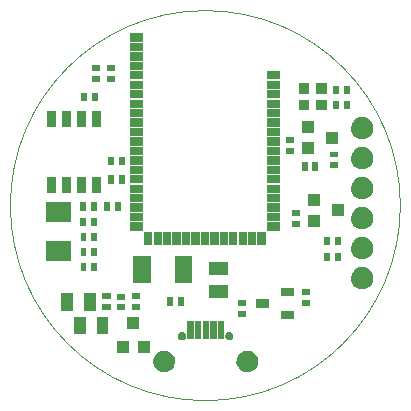
<source format=gts>
G04 (created by PCBNEW (2013-07-07 BZR 4022)-stable) date 6/15/2015 10:21:50 PM*
%MOIN*%
G04 Gerber Fmt 3.4, Leading zero omitted, Abs format*
%FSLAX34Y34*%
G01*
G70*
G90*
G04 APERTURE LIST*
%ADD10C,0.00590551*%
%ADD11C,0.00393701*%
G04 APERTURE END LIST*
G54D10*
G54D11*
X84500Y-52000D02*
G75*
G03X84500Y-52000I-6500J0D01*
G74*
G01*
G54D10*
G36*
X73007Y-49374D02*
X72716Y-49374D01*
X72716Y-48833D01*
X73007Y-48833D01*
X73007Y-49374D01*
X73007Y-49374D01*
G37*
G36*
X73007Y-51574D02*
X72716Y-51574D01*
X72716Y-51033D01*
X73007Y-51033D01*
X73007Y-51574D01*
X73007Y-51574D01*
G37*
G36*
X73507Y-49374D02*
X73216Y-49374D01*
X73216Y-48833D01*
X73507Y-48833D01*
X73507Y-49374D01*
X73507Y-49374D01*
G37*
G36*
X73507Y-51574D02*
X73216Y-51574D01*
X73216Y-51033D01*
X73507Y-51033D01*
X73507Y-51574D01*
X73507Y-51574D01*
G37*
G36*
X73535Y-52534D02*
X72694Y-52534D01*
X72694Y-51893D01*
X73535Y-51893D01*
X73535Y-52534D01*
X73535Y-52534D01*
G37*
G36*
X73535Y-53834D02*
X72694Y-53834D01*
X72694Y-53193D01*
X73535Y-53193D01*
X73535Y-53834D01*
X73535Y-53834D01*
G37*
G36*
X73590Y-55510D02*
X73199Y-55510D01*
X73199Y-54919D01*
X73590Y-54919D01*
X73590Y-55510D01*
X73590Y-55510D01*
G37*
G36*
X74007Y-49374D02*
X73716Y-49374D01*
X73716Y-48833D01*
X74007Y-48833D01*
X74007Y-49374D01*
X74007Y-49374D01*
G37*
G36*
X74007Y-51574D02*
X73716Y-51574D01*
X73716Y-51033D01*
X74007Y-51033D01*
X74007Y-51574D01*
X74007Y-51574D01*
G37*
G36*
X74020Y-56295D02*
X73629Y-56295D01*
X73629Y-55704D01*
X74020Y-55704D01*
X74020Y-56295D01*
X74020Y-56295D01*
G37*
G36*
X74031Y-52168D02*
X73834Y-52168D01*
X73834Y-51891D01*
X74031Y-51891D01*
X74031Y-52168D01*
X74031Y-52168D01*
G37*
G36*
X74031Y-52678D02*
X73834Y-52678D01*
X73834Y-52401D01*
X74031Y-52401D01*
X74031Y-52678D01*
X74031Y-52678D01*
G37*
G36*
X74035Y-53189D02*
X73838Y-53189D01*
X73838Y-52912D01*
X74035Y-52912D01*
X74035Y-53189D01*
X74035Y-53189D01*
G37*
G36*
X74035Y-53681D02*
X73838Y-53681D01*
X73838Y-53405D01*
X74035Y-53405D01*
X74035Y-53681D01*
X74035Y-53681D01*
G37*
G36*
X74035Y-54173D02*
X73838Y-54173D01*
X73838Y-53897D01*
X74035Y-53897D01*
X74035Y-54173D01*
X74035Y-54173D01*
G37*
G36*
X74051Y-48528D02*
X73854Y-48528D01*
X73854Y-48251D01*
X74051Y-48251D01*
X74051Y-48528D01*
X74051Y-48528D01*
G37*
G36*
X74340Y-55510D02*
X73949Y-55510D01*
X73949Y-54919D01*
X74340Y-54919D01*
X74340Y-55510D01*
X74340Y-55510D01*
G37*
G36*
X74385Y-52168D02*
X74188Y-52168D01*
X74188Y-51891D01*
X74385Y-51891D01*
X74385Y-52168D01*
X74385Y-52168D01*
G37*
G36*
X74385Y-52678D02*
X74188Y-52678D01*
X74188Y-52401D01*
X74385Y-52401D01*
X74385Y-52678D01*
X74385Y-52678D01*
G37*
G36*
X74389Y-53189D02*
X74192Y-53189D01*
X74192Y-52912D01*
X74389Y-52912D01*
X74389Y-53189D01*
X74389Y-53189D01*
G37*
G36*
X74389Y-53681D02*
X74192Y-53681D01*
X74192Y-53405D01*
X74389Y-53405D01*
X74389Y-53681D01*
X74389Y-53681D01*
G37*
G36*
X74389Y-54173D02*
X74192Y-54173D01*
X74192Y-53897D01*
X74389Y-53897D01*
X74389Y-54173D01*
X74389Y-54173D01*
G37*
G36*
X74405Y-48528D02*
X74208Y-48528D01*
X74208Y-48251D01*
X74405Y-48251D01*
X74405Y-48528D01*
X74405Y-48528D01*
G37*
G36*
X74488Y-47511D02*
X74211Y-47511D01*
X74211Y-47314D01*
X74488Y-47314D01*
X74488Y-47511D01*
X74488Y-47511D01*
G37*
G36*
X74488Y-47865D02*
X74211Y-47865D01*
X74211Y-47668D01*
X74488Y-47668D01*
X74488Y-47865D01*
X74488Y-47865D01*
G37*
G36*
X74507Y-49374D02*
X74216Y-49374D01*
X74216Y-48833D01*
X74507Y-48833D01*
X74507Y-49374D01*
X74507Y-49374D01*
G37*
G36*
X74507Y-51574D02*
X74216Y-51574D01*
X74216Y-51033D01*
X74507Y-51033D01*
X74507Y-51574D01*
X74507Y-51574D01*
G37*
G36*
X74770Y-56295D02*
X74379Y-56295D01*
X74379Y-55704D01*
X74770Y-55704D01*
X74770Y-56295D01*
X74770Y-56295D01*
G37*
G36*
X74822Y-52170D02*
X74625Y-52170D01*
X74625Y-51893D01*
X74822Y-51893D01*
X74822Y-52170D01*
X74822Y-52170D01*
G37*
G36*
X74838Y-55121D02*
X74561Y-55121D01*
X74561Y-54924D01*
X74838Y-54924D01*
X74838Y-55121D01*
X74838Y-55121D01*
G37*
G36*
X74838Y-55475D02*
X74561Y-55475D01*
X74561Y-55278D01*
X74838Y-55278D01*
X74838Y-55475D01*
X74838Y-55475D01*
G37*
G36*
X74954Y-50643D02*
X74757Y-50643D01*
X74757Y-50366D01*
X74954Y-50366D01*
X74954Y-50643D01*
X74954Y-50643D01*
G37*
G36*
X74954Y-51266D02*
X74757Y-51266D01*
X74757Y-50989D01*
X74954Y-50989D01*
X74954Y-51266D01*
X74954Y-51266D01*
G37*
G36*
X74988Y-47511D02*
X74711Y-47511D01*
X74711Y-47314D01*
X74988Y-47314D01*
X74988Y-47511D01*
X74988Y-47511D01*
G37*
G36*
X74988Y-47865D02*
X74711Y-47865D01*
X74711Y-47668D01*
X74988Y-47668D01*
X74988Y-47865D01*
X74988Y-47865D01*
G37*
G36*
X75176Y-52170D02*
X74979Y-52170D01*
X74979Y-51893D01*
X75176Y-51893D01*
X75176Y-52170D01*
X75176Y-52170D01*
G37*
G36*
X75308Y-50643D02*
X75111Y-50643D01*
X75111Y-50366D01*
X75308Y-50366D01*
X75308Y-50643D01*
X75308Y-50643D01*
G37*
G36*
X75308Y-51266D02*
X75111Y-51266D01*
X75111Y-50989D01*
X75308Y-50989D01*
X75308Y-51266D01*
X75308Y-51266D01*
G37*
G36*
X75332Y-55130D02*
X75055Y-55130D01*
X75055Y-54933D01*
X75332Y-54933D01*
X75332Y-55130D01*
X75332Y-55130D01*
G37*
G36*
X75332Y-55484D02*
X75055Y-55484D01*
X75055Y-55287D01*
X75332Y-55287D01*
X75332Y-55484D01*
X75332Y-55484D01*
G37*
G36*
X75450Y-56900D02*
X75049Y-56900D01*
X75049Y-56499D01*
X75450Y-56499D01*
X75450Y-56900D01*
X75450Y-56900D01*
G37*
G36*
X75800Y-56100D02*
X75399Y-56100D01*
X75399Y-55699D01*
X75800Y-55699D01*
X75800Y-56100D01*
X75800Y-56100D01*
G37*
G36*
X75836Y-55123D02*
X75559Y-55123D01*
X75559Y-54926D01*
X75836Y-54926D01*
X75836Y-55123D01*
X75836Y-55123D01*
G37*
G36*
X75836Y-55477D02*
X75559Y-55477D01*
X75559Y-55280D01*
X75836Y-55280D01*
X75836Y-55477D01*
X75836Y-55477D01*
G37*
G36*
X75918Y-46535D02*
X75485Y-46535D01*
X75485Y-46260D01*
X75918Y-46260D01*
X75918Y-46535D01*
X75918Y-46535D01*
G37*
G36*
X75918Y-46850D02*
X75485Y-46850D01*
X75485Y-46574D01*
X75918Y-46574D01*
X75918Y-46850D01*
X75918Y-46850D01*
G37*
G36*
X75918Y-47165D02*
X75485Y-47165D01*
X75485Y-46889D01*
X75918Y-46889D01*
X75918Y-47165D01*
X75918Y-47165D01*
G37*
G36*
X75918Y-47480D02*
X75485Y-47480D01*
X75485Y-47204D01*
X75918Y-47204D01*
X75918Y-47480D01*
X75918Y-47480D01*
G37*
G36*
X75918Y-47795D02*
X75485Y-47795D01*
X75485Y-47519D01*
X75918Y-47519D01*
X75918Y-47795D01*
X75918Y-47795D01*
G37*
G36*
X75918Y-48110D02*
X75485Y-48110D01*
X75485Y-47834D01*
X75918Y-47834D01*
X75918Y-48110D01*
X75918Y-48110D01*
G37*
G36*
X75918Y-48425D02*
X75485Y-48425D01*
X75485Y-48149D01*
X75918Y-48149D01*
X75918Y-48425D01*
X75918Y-48425D01*
G37*
G36*
X75918Y-48740D02*
X75485Y-48740D01*
X75485Y-48464D01*
X75918Y-48464D01*
X75918Y-48740D01*
X75918Y-48740D01*
G37*
G36*
X75918Y-49055D02*
X75485Y-49055D01*
X75485Y-48779D01*
X75918Y-48779D01*
X75918Y-49055D01*
X75918Y-49055D01*
G37*
G36*
X75918Y-49370D02*
X75485Y-49370D01*
X75485Y-49094D01*
X75918Y-49094D01*
X75918Y-49370D01*
X75918Y-49370D01*
G37*
G36*
X75918Y-49685D02*
X75485Y-49685D01*
X75485Y-49409D01*
X75918Y-49409D01*
X75918Y-49685D01*
X75918Y-49685D01*
G37*
G36*
X75918Y-50000D02*
X75485Y-50000D01*
X75485Y-49724D01*
X75918Y-49724D01*
X75918Y-50000D01*
X75918Y-50000D01*
G37*
G36*
X75918Y-50315D02*
X75485Y-50315D01*
X75485Y-50039D01*
X75918Y-50039D01*
X75918Y-50315D01*
X75918Y-50315D01*
G37*
G36*
X75918Y-50630D02*
X75485Y-50630D01*
X75485Y-50354D01*
X75918Y-50354D01*
X75918Y-50630D01*
X75918Y-50630D01*
G37*
G36*
X75918Y-50945D02*
X75485Y-50945D01*
X75485Y-50669D01*
X75918Y-50669D01*
X75918Y-50945D01*
X75918Y-50945D01*
G37*
G36*
X75918Y-51260D02*
X75485Y-51260D01*
X75485Y-50984D01*
X75918Y-50984D01*
X75918Y-51260D01*
X75918Y-51260D01*
G37*
G36*
X75918Y-51575D02*
X75485Y-51575D01*
X75485Y-51299D01*
X75918Y-51299D01*
X75918Y-51575D01*
X75918Y-51575D01*
G37*
G36*
X75918Y-51890D02*
X75485Y-51890D01*
X75485Y-51614D01*
X75918Y-51614D01*
X75918Y-51890D01*
X75918Y-51890D01*
G37*
G36*
X75918Y-52205D02*
X75485Y-52205D01*
X75485Y-51929D01*
X75918Y-51929D01*
X75918Y-52205D01*
X75918Y-52205D01*
G37*
G36*
X75918Y-52520D02*
X75485Y-52520D01*
X75485Y-52244D01*
X75918Y-52244D01*
X75918Y-52520D01*
X75918Y-52520D01*
G37*
G36*
X75918Y-52835D02*
X75485Y-52835D01*
X75485Y-52559D01*
X75918Y-52559D01*
X75918Y-52835D01*
X75918Y-52835D01*
G37*
G36*
X76150Y-56900D02*
X75749Y-56900D01*
X75749Y-56499D01*
X76150Y-56499D01*
X76150Y-56900D01*
X76150Y-56900D01*
G37*
G36*
X76175Y-54576D02*
X75596Y-54576D01*
X75596Y-53690D01*
X76175Y-53690D01*
X76175Y-54576D01*
X76175Y-54576D01*
G37*
G36*
X76233Y-53307D02*
X75957Y-53307D01*
X75957Y-52874D01*
X76233Y-52874D01*
X76233Y-53307D01*
X76233Y-53307D01*
G37*
G36*
X76548Y-53307D02*
X76272Y-53307D01*
X76272Y-52874D01*
X76548Y-52874D01*
X76548Y-53307D01*
X76548Y-53307D01*
G37*
G36*
X76863Y-53307D02*
X76587Y-53307D01*
X76587Y-52874D01*
X76863Y-52874D01*
X76863Y-53307D01*
X76863Y-53307D01*
G37*
G36*
X76921Y-55338D02*
X76724Y-55338D01*
X76724Y-55061D01*
X76921Y-55061D01*
X76921Y-55338D01*
X76921Y-55338D01*
G37*
G36*
X76986Y-57160D02*
X76984Y-57240D01*
X76968Y-57310D01*
X76940Y-57374D01*
X76898Y-57433D01*
X76848Y-57481D01*
X76787Y-57520D01*
X76722Y-57545D01*
X76651Y-57557D01*
X76581Y-57556D01*
X76511Y-57540D01*
X76447Y-57512D01*
X76388Y-57471D01*
X76339Y-57421D01*
X76300Y-57360D01*
X76275Y-57296D01*
X76261Y-57224D01*
X76262Y-57155D01*
X76277Y-57084D01*
X76305Y-57020D01*
X76346Y-56961D01*
X76395Y-56912D01*
X76456Y-56872D01*
X76520Y-56846D01*
X76592Y-56833D01*
X76661Y-56833D01*
X76732Y-56848D01*
X76796Y-56875D01*
X76856Y-56915D01*
X76905Y-56964D01*
X76945Y-57024D01*
X76945Y-57025D01*
X76971Y-57089D01*
X76985Y-57159D01*
X76986Y-57160D01*
X76986Y-57160D01*
G37*
G36*
X77178Y-53307D02*
X76902Y-53307D01*
X76902Y-52874D01*
X77178Y-52874D01*
X77178Y-53307D01*
X77178Y-53307D01*
G37*
G36*
X77275Y-55338D02*
X77078Y-55338D01*
X77078Y-55061D01*
X77275Y-55061D01*
X77275Y-55338D01*
X77275Y-55338D01*
G37*
G36*
X77360Y-56336D02*
X77359Y-56365D01*
X77353Y-56392D01*
X77343Y-56415D01*
X77327Y-56438D01*
X77308Y-56455D01*
X77285Y-56470D01*
X77261Y-56479D01*
X77234Y-56484D01*
X77209Y-56484D01*
X77181Y-56477D01*
X77158Y-56467D01*
X77135Y-56451D01*
X77118Y-56433D01*
X77103Y-56410D01*
X77094Y-56387D01*
X77088Y-56359D01*
X77089Y-56334D01*
X77095Y-56306D01*
X77104Y-56284D01*
X77120Y-56260D01*
X77138Y-56243D01*
X77162Y-56227D01*
X77185Y-56218D01*
X77213Y-56213D01*
X77237Y-56213D01*
X77265Y-56219D01*
X77288Y-56228D01*
X77312Y-56244D01*
X77329Y-56262D01*
X77344Y-56285D01*
X77345Y-56285D01*
X77354Y-56308D01*
X77359Y-56335D01*
X77360Y-56336D01*
X77360Y-56336D01*
G37*
G36*
X77493Y-53307D02*
X77217Y-53307D01*
X77217Y-52874D01*
X77493Y-52874D01*
X77493Y-53307D01*
X77493Y-53307D01*
G37*
G36*
X77553Y-54576D02*
X76974Y-54576D01*
X76974Y-53690D01*
X77553Y-53690D01*
X77553Y-54576D01*
X77553Y-54576D01*
G37*
G36*
X77606Y-56435D02*
X77394Y-56435D01*
X77394Y-55849D01*
X77606Y-55849D01*
X77606Y-56435D01*
X77606Y-56435D01*
G37*
G36*
X77808Y-53307D02*
X77532Y-53307D01*
X77532Y-52874D01*
X77808Y-52874D01*
X77808Y-53307D01*
X77808Y-53307D01*
G37*
G36*
X77862Y-56435D02*
X77650Y-56435D01*
X77650Y-55849D01*
X77862Y-55849D01*
X77862Y-56435D01*
X77862Y-56435D01*
G37*
G36*
X78117Y-56435D02*
X77906Y-56435D01*
X77906Y-55849D01*
X78117Y-55849D01*
X78117Y-56435D01*
X78117Y-56435D01*
G37*
G36*
X78123Y-53307D02*
X77847Y-53307D01*
X77847Y-52874D01*
X78123Y-52874D01*
X78123Y-53307D01*
X78123Y-53307D01*
G37*
G36*
X78373Y-56435D02*
X78161Y-56435D01*
X78161Y-55849D01*
X78373Y-55849D01*
X78373Y-56435D01*
X78373Y-56435D01*
G37*
G36*
X78438Y-53307D02*
X78162Y-53307D01*
X78162Y-52874D01*
X78438Y-52874D01*
X78438Y-53307D01*
X78438Y-53307D01*
G37*
G36*
X78629Y-56435D02*
X78417Y-56435D01*
X78417Y-55849D01*
X78629Y-55849D01*
X78629Y-56435D01*
X78629Y-56435D01*
G37*
G36*
X78745Y-54316D02*
X78114Y-54316D01*
X78114Y-53883D01*
X78745Y-53883D01*
X78745Y-54316D01*
X78745Y-54316D01*
G37*
G36*
X78745Y-55066D02*
X78114Y-55066D01*
X78114Y-54633D01*
X78745Y-54633D01*
X78745Y-55066D01*
X78745Y-55066D01*
G37*
G36*
X78753Y-53307D02*
X78477Y-53307D01*
X78477Y-52874D01*
X78753Y-52874D01*
X78753Y-53307D01*
X78753Y-53307D01*
G37*
G36*
X78934Y-56336D02*
X78934Y-56365D01*
X78927Y-56392D01*
X78917Y-56415D01*
X78901Y-56438D01*
X78883Y-56455D01*
X78859Y-56470D01*
X78836Y-56479D01*
X78808Y-56484D01*
X78783Y-56484D01*
X78756Y-56477D01*
X78733Y-56467D01*
X78710Y-56451D01*
X78692Y-56433D01*
X78677Y-56410D01*
X78668Y-56387D01*
X78663Y-56359D01*
X78663Y-56334D01*
X78669Y-56306D01*
X78679Y-56284D01*
X78695Y-56260D01*
X78713Y-56243D01*
X78736Y-56227D01*
X78759Y-56218D01*
X78787Y-56213D01*
X78812Y-56213D01*
X78840Y-56219D01*
X78862Y-56228D01*
X78886Y-56244D01*
X78903Y-56262D01*
X78919Y-56285D01*
X78919Y-56285D01*
X78928Y-56308D01*
X78934Y-56335D01*
X78934Y-56336D01*
X78934Y-56336D01*
G37*
G36*
X79068Y-53307D02*
X78792Y-53307D01*
X78792Y-52874D01*
X79068Y-52874D01*
X79068Y-53307D01*
X79068Y-53307D01*
G37*
G36*
X79348Y-55351D02*
X79071Y-55351D01*
X79071Y-55154D01*
X79348Y-55154D01*
X79348Y-55351D01*
X79348Y-55351D01*
G37*
G36*
X79348Y-55705D02*
X79071Y-55705D01*
X79071Y-55508D01*
X79348Y-55508D01*
X79348Y-55705D01*
X79348Y-55705D01*
G37*
G36*
X79383Y-53307D02*
X79107Y-53307D01*
X79107Y-52874D01*
X79383Y-52874D01*
X79383Y-53307D01*
X79383Y-53307D01*
G37*
G36*
X79698Y-53307D02*
X79422Y-53307D01*
X79422Y-52874D01*
X79698Y-52874D01*
X79698Y-53307D01*
X79698Y-53307D01*
G37*
G36*
X79761Y-57160D02*
X79760Y-57240D01*
X79744Y-57310D01*
X79716Y-57374D01*
X79674Y-57433D01*
X79624Y-57481D01*
X79563Y-57520D01*
X79498Y-57545D01*
X79426Y-57557D01*
X79357Y-57556D01*
X79286Y-57540D01*
X79223Y-57512D01*
X79163Y-57471D01*
X79115Y-57421D01*
X79076Y-57360D01*
X79050Y-57296D01*
X79037Y-57224D01*
X79038Y-57155D01*
X79053Y-57084D01*
X79080Y-57020D01*
X79121Y-56961D01*
X79171Y-56912D01*
X79232Y-56872D01*
X79296Y-56846D01*
X79367Y-56833D01*
X79436Y-56833D01*
X79508Y-56848D01*
X79571Y-56875D01*
X79632Y-56915D01*
X79680Y-56964D01*
X79720Y-57024D01*
X79721Y-57025D01*
X79747Y-57089D01*
X79761Y-57159D01*
X79761Y-57160D01*
X79761Y-57160D01*
G37*
G36*
X80013Y-53307D02*
X79737Y-53307D01*
X79737Y-52874D01*
X80013Y-52874D01*
X80013Y-53307D01*
X80013Y-53307D01*
G37*
G36*
X80111Y-55398D02*
X79676Y-55398D01*
X79676Y-55121D01*
X80111Y-55121D01*
X80111Y-55398D01*
X80111Y-55398D01*
G37*
G36*
X80485Y-47795D02*
X80052Y-47795D01*
X80052Y-47519D01*
X80485Y-47519D01*
X80485Y-47795D01*
X80485Y-47795D01*
G37*
G36*
X80485Y-48110D02*
X80052Y-48110D01*
X80052Y-47834D01*
X80485Y-47834D01*
X80485Y-48110D01*
X80485Y-48110D01*
G37*
G36*
X80485Y-48425D02*
X80052Y-48425D01*
X80052Y-48149D01*
X80485Y-48149D01*
X80485Y-48425D01*
X80485Y-48425D01*
G37*
G36*
X80485Y-48740D02*
X80052Y-48740D01*
X80052Y-48464D01*
X80485Y-48464D01*
X80485Y-48740D01*
X80485Y-48740D01*
G37*
G36*
X80485Y-49055D02*
X80052Y-49055D01*
X80052Y-48779D01*
X80485Y-48779D01*
X80485Y-49055D01*
X80485Y-49055D01*
G37*
G36*
X80485Y-49370D02*
X80052Y-49370D01*
X80052Y-49094D01*
X80485Y-49094D01*
X80485Y-49370D01*
X80485Y-49370D01*
G37*
G36*
X80485Y-49685D02*
X80052Y-49685D01*
X80052Y-49409D01*
X80485Y-49409D01*
X80485Y-49685D01*
X80485Y-49685D01*
G37*
G36*
X80485Y-50000D02*
X80052Y-50000D01*
X80052Y-49724D01*
X80485Y-49724D01*
X80485Y-50000D01*
X80485Y-50000D01*
G37*
G36*
X80485Y-50315D02*
X80052Y-50315D01*
X80052Y-50039D01*
X80485Y-50039D01*
X80485Y-50315D01*
X80485Y-50315D01*
G37*
G36*
X80485Y-50630D02*
X80052Y-50630D01*
X80052Y-50354D01*
X80485Y-50354D01*
X80485Y-50630D01*
X80485Y-50630D01*
G37*
G36*
X80485Y-50945D02*
X80052Y-50945D01*
X80052Y-50669D01*
X80485Y-50669D01*
X80485Y-50945D01*
X80485Y-50945D01*
G37*
G36*
X80485Y-51260D02*
X80052Y-51260D01*
X80052Y-50984D01*
X80485Y-50984D01*
X80485Y-51260D01*
X80485Y-51260D01*
G37*
G36*
X80485Y-51575D02*
X80052Y-51575D01*
X80052Y-51299D01*
X80485Y-51299D01*
X80485Y-51575D01*
X80485Y-51575D01*
G37*
G36*
X80485Y-51890D02*
X80052Y-51890D01*
X80052Y-51614D01*
X80485Y-51614D01*
X80485Y-51890D01*
X80485Y-51890D01*
G37*
G36*
X80485Y-52205D02*
X80052Y-52205D01*
X80052Y-51929D01*
X80485Y-51929D01*
X80485Y-52205D01*
X80485Y-52205D01*
G37*
G36*
X80485Y-52520D02*
X80052Y-52520D01*
X80052Y-52244D01*
X80485Y-52244D01*
X80485Y-52520D01*
X80485Y-52520D01*
G37*
G36*
X80485Y-52835D02*
X80052Y-52835D01*
X80052Y-52559D01*
X80485Y-52559D01*
X80485Y-52835D01*
X80485Y-52835D01*
G37*
G36*
X80943Y-55023D02*
X80508Y-55023D01*
X80508Y-54746D01*
X80943Y-54746D01*
X80943Y-55023D01*
X80943Y-55023D01*
G37*
G36*
X80943Y-55773D02*
X80508Y-55773D01*
X80508Y-55496D01*
X80943Y-55496D01*
X80943Y-55773D01*
X80943Y-55773D01*
G37*
G36*
X80948Y-49921D02*
X80671Y-49921D01*
X80671Y-49724D01*
X80948Y-49724D01*
X80948Y-49921D01*
X80948Y-49921D01*
G37*
G36*
X80948Y-50275D02*
X80671Y-50275D01*
X80671Y-50078D01*
X80948Y-50078D01*
X80948Y-50275D01*
X80948Y-50275D01*
G37*
G36*
X81148Y-52351D02*
X80871Y-52351D01*
X80871Y-52154D01*
X81148Y-52154D01*
X81148Y-52351D01*
X81148Y-52351D01*
G37*
G36*
X81148Y-52705D02*
X80871Y-52705D01*
X80871Y-52508D01*
X81148Y-52508D01*
X81148Y-52705D01*
X81148Y-52705D01*
G37*
G36*
X81411Y-50838D02*
X81214Y-50838D01*
X81214Y-50561D01*
X81411Y-50561D01*
X81411Y-50838D01*
X81411Y-50838D01*
G37*
G36*
X81462Y-48267D02*
X81107Y-48267D01*
X81107Y-47912D01*
X81462Y-47912D01*
X81462Y-48267D01*
X81462Y-48267D01*
G37*
G36*
X81462Y-48827D02*
X81107Y-48827D01*
X81107Y-48472D01*
X81462Y-48472D01*
X81462Y-48827D01*
X81462Y-48827D01*
G37*
G36*
X81492Y-54983D02*
X81215Y-54983D01*
X81215Y-54786D01*
X81492Y-54786D01*
X81492Y-54983D01*
X81492Y-54983D01*
G37*
G36*
X81492Y-55337D02*
X81215Y-55337D01*
X81215Y-55140D01*
X81492Y-55140D01*
X81492Y-55337D01*
X81492Y-55337D01*
G37*
G36*
X81630Y-49590D02*
X81229Y-49590D01*
X81229Y-49189D01*
X81630Y-49189D01*
X81630Y-49590D01*
X81630Y-49590D01*
G37*
G36*
X81630Y-50290D02*
X81229Y-50290D01*
X81229Y-49889D01*
X81630Y-49889D01*
X81630Y-50290D01*
X81630Y-50290D01*
G37*
G36*
X81765Y-50838D02*
X81568Y-50838D01*
X81568Y-50561D01*
X81765Y-50561D01*
X81765Y-50838D01*
X81765Y-50838D01*
G37*
G36*
X81820Y-52010D02*
X81419Y-52010D01*
X81419Y-51609D01*
X81820Y-51609D01*
X81820Y-52010D01*
X81820Y-52010D01*
G37*
G36*
X81820Y-52710D02*
X81419Y-52710D01*
X81419Y-52309D01*
X81820Y-52309D01*
X81820Y-52710D01*
X81820Y-52710D01*
G37*
G36*
X82052Y-48267D02*
X81697Y-48267D01*
X81697Y-47912D01*
X82052Y-47912D01*
X82052Y-48267D01*
X82052Y-48267D01*
G37*
G36*
X82052Y-48827D02*
X81697Y-48827D01*
X81697Y-48472D01*
X82052Y-48472D01*
X82052Y-48827D01*
X82052Y-48827D01*
G37*
G36*
X82161Y-53328D02*
X81964Y-53328D01*
X81964Y-53051D01*
X82161Y-53051D01*
X82161Y-53328D01*
X82161Y-53328D01*
G37*
G36*
X82161Y-53858D02*
X81964Y-53858D01*
X81964Y-53581D01*
X82161Y-53581D01*
X82161Y-53858D01*
X82161Y-53858D01*
G37*
G36*
X82418Y-50395D02*
X82141Y-50395D01*
X82141Y-50198D01*
X82418Y-50198D01*
X82418Y-50395D01*
X82418Y-50395D01*
G37*
G36*
X82418Y-50749D02*
X82141Y-50749D01*
X82141Y-50552D01*
X82418Y-50552D01*
X82418Y-50749D01*
X82418Y-50749D01*
G37*
G36*
X82430Y-49940D02*
X82029Y-49940D01*
X82029Y-49539D01*
X82430Y-49539D01*
X82430Y-49940D01*
X82430Y-49940D01*
G37*
G36*
X82451Y-48278D02*
X82254Y-48278D01*
X82254Y-48001D01*
X82451Y-48001D01*
X82451Y-48278D01*
X82451Y-48278D01*
G37*
G36*
X82461Y-48778D02*
X82264Y-48778D01*
X82264Y-48501D01*
X82461Y-48501D01*
X82461Y-48778D01*
X82461Y-48778D01*
G37*
G36*
X82515Y-53328D02*
X82318Y-53328D01*
X82318Y-53051D01*
X82515Y-53051D01*
X82515Y-53328D01*
X82515Y-53328D01*
G37*
G36*
X82515Y-53858D02*
X82318Y-53858D01*
X82318Y-53581D01*
X82515Y-53581D01*
X82515Y-53858D01*
X82515Y-53858D01*
G37*
G36*
X82620Y-52360D02*
X82219Y-52360D01*
X82219Y-51959D01*
X82620Y-51959D01*
X82620Y-52360D01*
X82620Y-52360D01*
G37*
G36*
X82805Y-48278D02*
X82608Y-48278D01*
X82608Y-48001D01*
X82805Y-48001D01*
X82805Y-48278D01*
X82805Y-48278D01*
G37*
G36*
X82815Y-48778D02*
X82618Y-48778D01*
X82618Y-48501D01*
X82815Y-48501D01*
X82815Y-48778D01*
X82815Y-48778D01*
G37*
G36*
X83596Y-49378D02*
X83595Y-49459D01*
X83578Y-49532D01*
X83549Y-49597D01*
X83507Y-49657D01*
X83455Y-49706D01*
X83392Y-49746D01*
X83326Y-49771D01*
X83253Y-49784D01*
X83182Y-49783D01*
X83110Y-49767D01*
X83045Y-49739D01*
X82984Y-49696D01*
X82935Y-49645D01*
X82894Y-49583D01*
X82868Y-49517D01*
X82855Y-49444D01*
X82856Y-49373D01*
X82871Y-49300D01*
X82899Y-49235D01*
X82941Y-49174D01*
X82992Y-49124D01*
X83054Y-49084D01*
X83120Y-49057D01*
X83193Y-49043D01*
X83263Y-49044D01*
X83336Y-49059D01*
X83402Y-49086D01*
X83463Y-49128D01*
X83513Y-49178D01*
X83514Y-49179D01*
X83554Y-49239D01*
X83554Y-49240D01*
X83581Y-49305D01*
X83581Y-49306D01*
X83596Y-49377D01*
X83596Y-49378D01*
X83596Y-49378D01*
G37*
G36*
X83596Y-50378D02*
X83595Y-50459D01*
X83578Y-50532D01*
X83549Y-50597D01*
X83507Y-50657D01*
X83455Y-50706D01*
X83392Y-50746D01*
X83326Y-50771D01*
X83253Y-50784D01*
X83182Y-50783D01*
X83110Y-50767D01*
X83045Y-50739D01*
X82984Y-50696D01*
X82935Y-50645D01*
X82894Y-50583D01*
X82868Y-50517D01*
X82855Y-50444D01*
X82856Y-50373D01*
X82871Y-50300D01*
X82899Y-50235D01*
X82941Y-50174D01*
X82992Y-50124D01*
X83054Y-50084D01*
X83120Y-50057D01*
X83193Y-50043D01*
X83263Y-50044D01*
X83336Y-50059D01*
X83402Y-50086D01*
X83463Y-50128D01*
X83513Y-50178D01*
X83514Y-50179D01*
X83554Y-50239D01*
X83554Y-50240D01*
X83581Y-50305D01*
X83581Y-50306D01*
X83596Y-50377D01*
X83596Y-50378D01*
X83596Y-50378D01*
G37*
G36*
X83596Y-51378D02*
X83595Y-51459D01*
X83578Y-51532D01*
X83549Y-51597D01*
X83507Y-51657D01*
X83455Y-51706D01*
X83392Y-51746D01*
X83326Y-51771D01*
X83253Y-51784D01*
X83182Y-51783D01*
X83110Y-51767D01*
X83045Y-51739D01*
X82984Y-51696D01*
X82935Y-51645D01*
X82894Y-51583D01*
X82868Y-51517D01*
X82855Y-51444D01*
X82856Y-51373D01*
X82871Y-51300D01*
X82899Y-51235D01*
X82941Y-51174D01*
X82992Y-51124D01*
X83054Y-51084D01*
X83120Y-51057D01*
X83193Y-51043D01*
X83263Y-51044D01*
X83336Y-51059D01*
X83402Y-51086D01*
X83463Y-51128D01*
X83513Y-51178D01*
X83514Y-51179D01*
X83554Y-51239D01*
X83554Y-51240D01*
X83581Y-51305D01*
X83581Y-51306D01*
X83596Y-51377D01*
X83596Y-51378D01*
X83596Y-51378D01*
G37*
G36*
X83596Y-52378D02*
X83595Y-52459D01*
X83578Y-52532D01*
X83549Y-52597D01*
X83507Y-52657D01*
X83455Y-52706D01*
X83392Y-52746D01*
X83326Y-52771D01*
X83253Y-52784D01*
X83182Y-52783D01*
X83110Y-52767D01*
X83045Y-52739D01*
X82984Y-52696D01*
X82935Y-52645D01*
X82894Y-52583D01*
X82868Y-52517D01*
X82855Y-52444D01*
X82856Y-52373D01*
X82871Y-52300D01*
X82899Y-52235D01*
X82941Y-52174D01*
X82992Y-52124D01*
X83054Y-52084D01*
X83120Y-52057D01*
X83193Y-52043D01*
X83263Y-52044D01*
X83336Y-52059D01*
X83402Y-52086D01*
X83463Y-52128D01*
X83513Y-52178D01*
X83514Y-52179D01*
X83554Y-52239D01*
X83554Y-52240D01*
X83581Y-52305D01*
X83581Y-52306D01*
X83596Y-52377D01*
X83596Y-52378D01*
X83596Y-52378D01*
G37*
G36*
X83596Y-53378D02*
X83595Y-53459D01*
X83578Y-53532D01*
X83549Y-53597D01*
X83507Y-53657D01*
X83455Y-53706D01*
X83392Y-53746D01*
X83326Y-53771D01*
X83253Y-53784D01*
X83182Y-53783D01*
X83110Y-53767D01*
X83045Y-53739D01*
X82984Y-53696D01*
X82935Y-53645D01*
X82894Y-53583D01*
X82868Y-53517D01*
X82855Y-53444D01*
X82856Y-53373D01*
X82871Y-53300D01*
X82899Y-53235D01*
X82941Y-53174D01*
X82992Y-53124D01*
X83054Y-53084D01*
X83120Y-53057D01*
X83193Y-53043D01*
X83263Y-53044D01*
X83336Y-53059D01*
X83402Y-53086D01*
X83463Y-53128D01*
X83513Y-53178D01*
X83514Y-53179D01*
X83554Y-53239D01*
X83554Y-53240D01*
X83581Y-53305D01*
X83581Y-53306D01*
X83596Y-53377D01*
X83596Y-53378D01*
X83596Y-53378D01*
G37*
G36*
X83596Y-54378D02*
X83595Y-54459D01*
X83578Y-54532D01*
X83549Y-54597D01*
X83507Y-54657D01*
X83455Y-54706D01*
X83392Y-54746D01*
X83326Y-54771D01*
X83253Y-54784D01*
X83182Y-54783D01*
X83110Y-54767D01*
X83045Y-54739D01*
X82984Y-54696D01*
X82935Y-54645D01*
X82894Y-54583D01*
X82868Y-54517D01*
X82855Y-54444D01*
X82856Y-54373D01*
X82871Y-54300D01*
X82899Y-54235D01*
X82941Y-54174D01*
X82992Y-54124D01*
X83054Y-54084D01*
X83120Y-54057D01*
X83193Y-54043D01*
X83263Y-54044D01*
X83336Y-54059D01*
X83402Y-54086D01*
X83463Y-54128D01*
X83513Y-54178D01*
X83514Y-54179D01*
X83554Y-54239D01*
X83554Y-54240D01*
X83581Y-54305D01*
X83581Y-54306D01*
X83596Y-54377D01*
X83596Y-54378D01*
X83596Y-54378D01*
G37*
M02*

</source>
